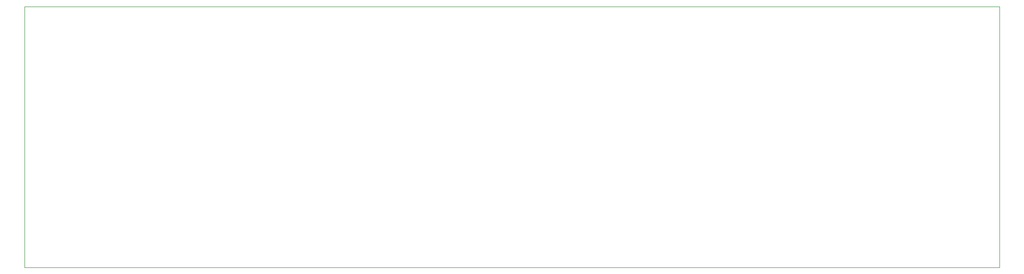
<source format=gbr>
%TF.GenerationSoftware,KiCad,Pcbnew,(5.1.7)-1*%
%TF.CreationDate,2021-12-31T12:29:52+00:00*%
%TF.ProjectId,PCB-MIDI-THRU,5043422d-4d49-4444-992d-544852552e6b,rev?*%
%TF.SameCoordinates,Original*%
%TF.FileFunction,Profile,NP*%
%FSLAX46Y46*%
G04 Gerber Fmt 4.6, Leading zero omitted, Abs format (unit mm)*
G04 Created by KiCad (PCBNEW (5.1.7)-1) date 2021-12-31 12:29:52*
%MOMM*%
%LPD*%
G01*
G04 APERTURE LIST*
%TA.AperFunction,Profile*%
%ADD10C,0.050000*%
%TD*%
G04 APERTURE END LIST*
D10*
X82600000Y-117100000D02*
X257600000Y-117100000D01*
X82600000Y-117100000D02*
X82600000Y-164100000D01*
X257600000Y-117100000D02*
X257600000Y-164100000D01*
X82600000Y-164100000D02*
X257600000Y-164100000D01*
M02*

</source>
